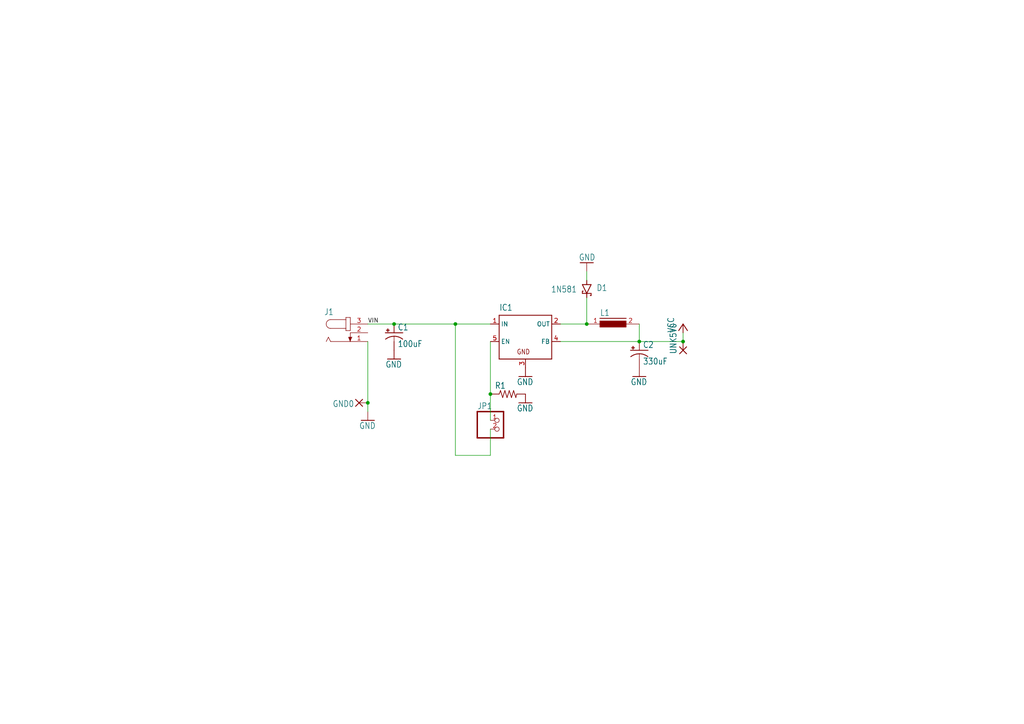
<source format=kicad_sch>
(kicad_sch (version 20230121) (generator eeschema)

  (uuid f755320a-8d72-40d8-8615-96171d840dc8)

  (paper "A4")

  (lib_symbols
    (symbol "switched-lm2575-eagle-import:1N581" (in_bom yes) (on_board yes)
      (property "Reference" "D" (at -2.286 1.905 0)
        (effects (font (size 1.778 1.5113)) (justify left bottom))
      )
      (property "Value" "" (at -2.286 -3.429 0)
        (effects (font (size 1.778 1.5113)) (justify left bottom))
      )
      (property "Footprint" "switched-lm2575:DO41-7.6" (at 0 0 0)
        (effects (font (size 1.27 1.27)) hide)
      )
      (property "Datasheet" "" (at 0 0 0)
        (effects (font (size 1.27 1.27)) hide)
      )
      (property "ki_locked" "" (at 0 0 0)
        (effects (font (size 1.27 1.27)))
      )
      (symbol "1N581_1_0"
        (polyline
          (pts
            (xy -1.27 -1.27)
            (xy 1.27 0)
          )
          (stroke (width 0.254) (type solid))
          (fill (type none))
        )
        (polyline
          (pts
            (xy -1.27 0)
            (xy -2.54 0)
          )
          (stroke (width 0.254) (type solid))
          (fill (type none))
        )
        (polyline
          (pts
            (xy -1.27 0)
            (xy -1.27 -1.27)
          )
          (stroke (width 0.254) (type solid))
          (fill (type none))
        )
        (polyline
          (pts
            (xy -1.27 1.27)
            (xy -1.27 0)
          )
          (stroke (width 0.254) (type solid))
          (fill (type none))
        )
        (polyline
          (pts
            (xy 0.635 -1.016)
            (xy 0.635 -1.27)
          )
          (stroke (width 0.254) (type solid))
          (fill (type none))
        )
        (polyline
          (pts
            (xy 1.27 -1.27)
            (xy 0.635 -1.27)
          )
          (stroke (width 0.254) (type solid))
          (fill (type none))
        )
        (polyline
          (pts
            (xy 1.27 0)
            (xy -1.27 1.27)
          )
          (stroke (width 0.254) (type solid))
          (fill (type none))
        )
        (polyline
          (pts
            (xy 1.27 0)
            (xy 1.27 -1.27)
          )
          (stroke (width 0.254) (type solid))
          (fill (type none))
        )
        (polyline
          (pts
            (xy 1.27 0)
            (xy 2.54 0)
          )
          (stroke (width 0.254) (type solid))
          (fill (type none))
        )
        (polyline
          (pts
            (xy 1.27 1.27)
            (xy 1.27 0)
          )
          (stroke (width 0.254) (type solid))
          (fill (type none))
        )
        (polyline
          (pts
            (xy 1.905 1.27)
            (xy 1.27 1.27)
          )
          (stroke (width 0.254) (type solid))
          (fill (type none))
        )
        (polyline
          (pts
            (xy 1.905 1.27)
            (xy 1.905 1.016)
          )
          (stroke (width 0.254) (type solid))
          (fill (type none))
        )
        (pin passive line (at -2.54 0 0) (length 0)
          (name "A" (effects (font (size 0 0))))
          (number "A" (effects (font (size 0 0))))
        )
        (pin passive line (at 2.54 0 180) (length 0)
          (name "C" (effects (font (size 0 0))))
          (number "C" (effects (font (size 0 0))))
        )
      )
    )
    (symbol "switched-lm2575-eagle-import:3,81/1,4" (in_bom yes) (on_board yes)
      (property "Reference" "PAD" (at -1.143 1.8542 0)
        (effects (font (size 1.778 1.5113)) (justify left bottom))
      )
      (property "Value" "" (at -1.143 -3.302 0)
        (effects (font (size 1.778 1.5113)) (justify left bottom))
      )
      (property "Footprint" "switched-lm2575:3,81_1,4" (at 0 0 0)
        (effects (font (size 1.27 1.27)) hide)
      )
      (property "Datasheet" "" (at 0 0 0)
        (effects (font (size 1.27 1.27)) hide)
      )
      (property "ki_locked" "" (at 0 0 0)
        (effects (font (size 1.27 1.27)))
      )
      (symbol "3,81/1,4_1_0"
        (polyline
          (pts
            (xy -1.016 -1.016)
            (xy 1.016 1.016)
          )
          (stroke (width 0.254) (type solid))
          (fill (type none))
        )
        (polyline
          (pts
            (xy -1.016 1.016)
            (xy 1.016 -1.016)
          )
          (stroke (width 0.254) (type solid))
          (fill (type none))
        )
        (pin passive line (at 2.54 0 180) (length 2.54)
          (name "P" (effects (font (size 0 0))))
          (number "1" (effects (font (size 0 0))))
        )
      )
    )
    (symbol "switched-lm2575-eagle-import:CPOL-USE2.5-6" (in_bom yes) (on_board yes)
      (property "Reference" "C" (at 1.016 0.635 0)
        (effects (font (size 1.778 1.5113)) (justify left bottom))
      )
      (property "Value" "" (at 1.016 -4.191 0)
        (effects (font (size 1.778 1.5113)) (justify left bottom))
      )
      (property "Footprint" "switched-lm2575:E2,5-6" (at 0 0 0)
        (effects (font (size 1.27 1.27)) hide)
      )
      (property "Datasheet" "" (at 0 0 0)
        (effects (font (size 1.27 1.27)) hide)
      )
      (property "ki_locked" "" (at 0 0 0)
        (effects (font (size 1.27 1.27)))
      )
      (symbol "CPOL-USE2.5-6_1_0"
        (rectangle (start -2.253 0.668) (end -1.364 0.795)
          (stroke (width 0) (type default))
          (fill (type outline))
        )
        (rectangle (start -1.872 0.287) (end -1.745 1.176)
          (stroke (width 0) (type default))
          (fill (type outline))
        )
        (arc (start 0 -1.0161) (mid -1.3021 -1.2303) (end -2.4669 -1.8504)
          (stroke (width 0.254) (type solid))
          (fill (type none))
        )
        (polyline
          (pts
            (xy -2.54 0)
            (xy 2.54 0)
          )
          (stroke (width 0.254) (type solid))
          (fill (type none))
        )
        (polyline
          (pts
            (xy 0 -1.016)
            (xy 0 -2.54)
          )
          (stroke (width 0.1524) (type solid))
          (fill (type none))
        )
        (arc (start 2.4892 -1.8541) (mid 1.3158 -1.2194) (end 0 -1)
          (stroke (width 0.254) (type solid))
          (fill (type none))
        )
        (pin passive line (at 0 2.54 270) (length 2.54)
          (name "+" (effects (font (size 0 0))))
          (number "+" (effects (font (size 0 0))))
        )
        (pin passive line (at 0 -5.08 90) (length 2.54)
          (name "-" (effects (font (size 0 0))))
          (number "-" (effects (font (size 0 0))))
        )
      )
    )
    (symbol "switched-lm2575-eagle-import:CPOL-USE3.5-8" (in_bom yes) (on_board yes)
      (property "Reference" "C" (at 1.016 0.635 0)
        (effects (font (size 1.778 1.5113)) (justify left bottom))
      )
      (property "Value" "" (at 1.016 -4.191 0)
        (effects (font (size 1.778 1.5113)) (justify left bottom))
      )
      (property "Footprint" "switched-lm2575:E3,5-8" (at 0 0 0)
        (effects (font (size 1.27 1.27)) hide)
      )
      (property "Datasheet" "" (at 0 0 0)
        (effects (font (size 1.27 1.27)) hide)
      )
      (property "ki_locked" "" (at 0 0 0)
        (effects (font (size 1.27 1.27)))
      )
      (symbol "CPOL-USE3.5-8_1_0"
        (rectangle (start -2.253 0.668) (end -1.364 0.795)
          (stroke (width 0) (type default))
          (fill (type outline))
        )
        (rectangle (start -1.872 0.287) (end -1.745 1.176)
          (stroke (width 0) (type default))
          (fill (type outline))
        )
        (arc (start 0 -1.0161) (mid -1.3021 -1.2303) (end -2.4669 -1.8504)
          (stroke (width 0.254) (type solid))
          (fill (type none))
        )
        (polyline
          (pts
            (xy -2.54 0)
            (xy 2.54 0)
          )
          (stroke (width 0.254) (type solid))
          (fill (type none))
        )
        (polyline
          (pts
            (xy 0 -1.016)
            (xy 0 -2.54)
          )
          (stroke (width 0.1524) (type solid))
          (fill (type none))
        )
        (arc (start 2.4892 -1.8541) (mid 1.3158 -1.2194) (end 0 -1)
          (stroke (width 0.254) (type solid))
          (fill (type none))
        )
        (pin passive line (at 0 2.54 270) (length 2.54)
          (name "+" (effects (font (size 0 0))))
          (number "+" (effects (font (size 0 0))))
        )
        (pin passive line (at 0 -5.08 90) (length 2.54)
          (name "-" (effects (font (size 0 0))))
          (number "-" (effects (font (size 0 0))))
        )
      )
    )
    (symbol "switched-lm2575-eagle-import:GND" (power) (in_bom yes) (on_board yes)
      (property "Reference" "#GND" (at 0 0 0)
        (effects (font (size 1.27 1.27)) hide)
      )
      (property "Value" "GND" (at -2.54 -2.54 0)
        (effects (font (size 1.778 1.5113)) (justify left bottom))
      )
      (property "Footprint" "" (at 0 0 0)
        (effects (font (size 1.27 1.27)) hide)
      )
      (property "Datasheet" "" (at 0 0 0)
        (effects (font (size 1.27 1.27)) hide)
      )
      (property "ki_locked" "" (at 0 0 0)
        (effects (font (size 1.27 1.27)))
      )
      (symbol "GND_1_0"
        (polyline
          (pts
            (xy -1.905 0)
            (xy 1.905 0)
          )
          (stroke (width 0.254) (type solid))
          (fill (type none))
        )
        (pin power_in line (at 0 2.54 270) (length 2.54)
          (name "GND" (effects (font (size 0 0))))
          (number "1" (effects (font (size 0 0))))
        )
      )
    )
    (symbol "switched-lm2575-eagle-import:JACK-PLUG0" (in_bom yes) (on_board yes)
      (property "Reference" "J" (at -7.62 5.08 0)
        (effects (font (size 1.778 1.5113)) (justify left bottom))
      )
      (property "Value" "" (at -7.62 -5.08 0)
        (effects (font (size 1.778 1.5113)) (justify left bottom))
      )
      (property "Footprint" "switched-lm2575:SPC4077" (at 0 0 0)
        (effects (font (size 1.27 1.27)) hide)
      )
      (property "Datasheet" "" (at 0 0 0)
        (effects (font (size 1.27 1.27)) hide)
      )
      (property "ki_locked" "" (at 0 0 0)
        (effects (font (size 1.27 1.27)))
      )
      (symbol "JACK-PLUG0_1_0"
        (arc (start -5.715 3.81) (mid -6.9795 2.54) (end -5.715 1.27)
          (stroke (width 0.1524) (type solid))
          (fill (type none))
        )
        (polyline
          (pts
            (xy -6.35 -1.27)
            (xy -6.985 -2.54)
          )
          (stroke (width 0.1524) (type solid))
          (fill (type none))
        )
        (polyline
          (pts
            (xy -5.715 -2.54)
            (xy -6.35 -1.27)
          )
          (stroke (width 0.1524) (type solid))
          (fill (type none))
        )
        (polyline
          (pts
            (xy -5.715 3.81)
            (xy -1.27 3.81)
          )
          (stroke (width 0.1524) (type solid))
          (fill (type none))
        )
        (polyline
          (pts
            (xy -1.27 0.635)
            (xy 0 0.635)
          )
          (stroke (width 0.1524) (type solid))
          (fill (type none))
        )
        (polyline
          (pts
            (xy -1.27 1.27)
            (xy -5.715 1.27)
          )
          (stroke (width 0.1524) (type solid))
          (fill (type none))
        )
        (polyline
          (pts
            (xy -1.27 1.27)
            (xy -1.27 0.635)
          )
          (stroke (width 0.1524) (type solid))
          (fill (type none))
        )
        (polyline
          (pts
            (xy -1.27 3.81)
            (xy -1.27 1.27)
          )
          (stroke (width 0.1524) (type solid))
          (fill (type none))
        )
        (polyline
          (pts
            (xy -1.27 4.445)
            (xy -1.27 3.81)
          )
          (stroke (width 0.1524) (type solid))
          (fill (type none))
        )
        (polyline
          (pts
            (xy 0 -2.54)
            (xy -5.715 -2.54)
          )
          (stroke (width 0.1524) (type solid))
          (fill (type none))
        )
        (polyline
          (pts
            (xy 0 0)
            (xy 0 -2.54)
          )
          (stroke (width 0.1524) (type solid))
          (fill (type none))
        )
        (polyline
          (pts
            (xy 0 0.635)
            (xy 0 4.445)
          )
          (stroke (width 0.1524) (type solid))
          (fill (type none))
        )
        (polyline
          (pts
            (xy 0 4.445)
            (xy -1.27 4.445)
          )
          (stroke (width 0.1524) (type solid))
          (fill (type none))
        )
        (polyline
          (pts
            (xy 0 -2.54)
            (xy -0.508 -1.27)
            (xy 0.508 -1.27)
          )
          (stroke (width 0.1524) (type solid))
          (fill (type outline))
        )
        (pin passive line (at 5.08 -2.54 180) (length 5.08)
          (name "1" (effects (font (size 0 0))))
          (number "1" (effects (font (size 1.27 1.27))))
        )
        (pin passive line (at 5.08 0 180) (length 5.08)
          (name "2" (effects (font (size 0 0))))
          (number "2" (effects (font (size 1.27 1.27))))
        )
        (pin passive line (at 5.08 2.54 180) (length 5.08)
          (name "3" (effects (font (size 0 0))))
          (number "3" (effects (font (size 1.27 1.27))))
        )
      )
    )
    (symbol "switched-lm2575-eagle-import:LM2596TV" (in_bom yes) (on_board yes)
      (property "Reference" "IC" (at -7.62 6.35 0)
        (effects (font (size 1.778 1.5113)) (justify left bottom))
      )
      (property "Value" "" (at 2.54 6.35 0)
        (effects (font (size 1.778 1.5113)) (justify left bottom))
      )
      (property "Footprint" "switched-lm2575:TO220-51" (at 0 0 0)
        (effects (font (size 1.27 1.27)) hide)
      )
      (property "Datasheet" "" (at 0 0 0)
        (effects (font (size 1.27 1.27)) hide)
      )
      (property "ki_locked" "" (at 0 0 0)
        (effects (font (size 1.27 1.27)))
      )
      (symbol "LM2596TV_1_0"
        (polyline
          (pts
            (xy -7.62 -7.62)
            (xy -7.62 5.08)
          )
          (stroke (width 0.254) (type solid))
          (fill (type none))
        )
        (polyline
          (pts
            (xy -7.62 5.08)
            (xy 7.62 5.08)
          )
          (stroke (width 0.254) (type solid))
          (fill (type none))
        )
        (polyline
          (pts
            (xy 7.62 -7.62)
            (xy -7.62 -7.62)
          )
          (stroke (width 0.254) (type solid))
          (fill (type none))
        )
        (polyline
          (pts
            (xy 7.62 5.08)
            (xy 7.62 -7.62)
          )
          (stroke (width 0.254) (type solid))
          (fill (type none))
        )
        (text "GND" (at -2.54 -6.35 0)
          (effects (font (size 1.4224 1.209)) (justify left bottom))
        )
        (pin input line (at -10.16 2.54 0) (length 2.54)
          (name "IN" (effects (font (size 1.27 1.27))))
          (number "1" (effects (font (size 1.27 1.27))))
        )
        (pin output line (at 10.16 2.54 180) (length 2.54)
          (name "OUT" (effects (font (size 1.27 1.27))))
          (number "2" (effects (font (size 1.27 1.27))))
        )
        (pin power_in line (at 0 -10.16 90) (length 2.54)
          (name "GND" (effects (font (size 0 0))))
          (number "3" (effects (font (size 1.27 1.27))))
        )
        (pin input line (at 10.16 -2.54 180) (length 2.54)
          (name "FB" (effects (font (size 1.27 1.27))))
          (number "4" (effects (font (size 1.27 1.27))))
        )
        (pin input line (at -10.16 -2.54 0) (length 2.54)
          (name "EN" (effects (font (size 1.27 1.27))))
          (number "5" (effects (font (size 1.27 1.27))))
        )
      )
    )
    (symbol "switched-lm2575-eagle-import:PINHD-1X2" (in_bom yes) (on_board yes)
      (property "Reference" "JP" (at -6.35 5.715 0)
        (effects (font (size 1.778 1.5113)) (justify left bottom))
      )
      (property "Value" "" (at -6.35 -5.08 0)
        (effects (font (size 1.778 1.5113)) (justify left bottom))
      )
      (property "Footprint" "switched-lm2575:1X02" (at 0 0 0)
        (effects (font (size 1.27 1.27)) hide)
      )
      (property "Datasheet" "" (at 0 0 0)
        (effects (font (size 1.27 1.27)) hide)
      )
      (property "ki_locked" "" (at 0 0 0)
        (effects (font (size 1.27 1.27)))
      )
      (symbol "PINHD-1X2_1_0"
        (polyline
          (pts
            (xy -6.35 -2.54)
            (xy 1.27 -2.54)
          )
          (stroke (width 0.4064) (type solid))
          (fill (type none))
        )
        (polyline
          (pts
            (xy -6.35 5.08)
            (xy -6.35 -2.54)
          )
          (stroke (width 0.4064) (type solid))
          (fill (type none))
        )
        (polyline
          (pts
            (xy 1.27 -2.54)
            (xy 1.27 5.08)
          )
          (stroke (width 0.4064) (type solid))
          (fill (type none))
        )
        (polyline
          (pts
            (xy 1.27 5.08)
            (xy -6.35 5.08)
          )
          (stroke (width 0.4064) (type solid))
          (fill (type none))
        )
        (pin passive inverted (at -2.54 2.54 0) (length 2.54)
          (name "1" (effects (font (size 0 0))))
          (number "1" (effects (font (size 1.27 1.27))))
        )
        (pin passive inverted (at -2.54 0 0) (length 2.54)
          (name "2" (effects (font (size 0 0))))
          (number "2" (effects (font (size 1.27 1.27))))
        )
      )
    )
    (symbol "switched-lm2575-eagle-import:R-US_0207/10" (in_bom yes) (on_board yes)
      (property "Reference" "R" (at -3.81 1.4986 0)
        (effects (font (size 1.778 1.5113)) (justify left bottom))
      )
      (property "Value" "" (at -3.81 -3.302 0)
        (effects (font (size 1.778 1.5113)) (justify left bottom))
      )
      (property "Footprint" "switched-lm2575:0207_10" (at 0 0 0)
        (effects (font (size 1.27 1.27)) hide)
      )
      (property "Datasheet" "" (at 0 0 0)
        (effects (font (size 1.27 1.27)) hide)
      )
      (property "ki_locked" "" (at 0 0 0)
        (effects (font (size 1.27 1.27)))
      )
      (symbol "R-US_0207/10_1_0"
        (polyline
          (pts
            (xy -2.54 0)
            (xy -2.159 1.016)
          )
          (stroke (width 0.2032) (type solid))
          (fill (type none))
        )
        (polyline
          (pts
            (xy -2.159 1.016)
            (xy -1.524 -1.016)
          )
          (stroke (width 0.2032) (type solid))
          (fill (type none))
        )
        (polyline
          (pts
            (xy -1.524 -1.016)
            (xy -0.889 1.016)
          )
          (stroke (width 0.2032) (type solid))
          (fill (type none))
        )
        (polyline
          (pts
            (xy -0.889 1.016)
            (xy -0.254 -1.016)
          )
          (stroke (width 0.2032) (type solid))
          (fill (type none))
        )
        (polyline
          (pts
            (xy -0.254 -1.016)
            (xy 0.381 1.016)
          )
          (stroke (width 0.2032) (type solid))
          (fill (type none))
        )
        (polyline
          (pts
            (xy 0.381 1.016)
            (xy 1.016 -1.016)
          )
          (stroke (width 0.2032) (type solid))
          (fill (type none))
        )
        (polyline
          (pts
            (xy 1.016 -1.016)
            (xy 1.651 1.016)
          )
          (stroke (width 0.2032) (type solid))
          (fill (type none))
        )
        (polyline
          (pts
            (xy 1.651 1.016)
            (xy 2.286 -1.016)
          )
          (stroke (width 0.2032) (type solid))
          (fill (type none))
        )
        (polyline
          (pts
            (xy 2.286 -1.016)
            (xy 2.54 0)
          )
          (stroke (width 0.2032) (type solid))
          (fill (type none))
        )
        (pin passive line (at -5.08 0 0) (length 2.54)
          (name "1" (effects (font (size 0 0))))
          (number "1" (effects (font (size 0 0))))
        )
        (pin passive line (at 5.08 0 180) (length 2.54)
          (name "2" (effects (font (size 0 0))))
          (number "2" (effects (font (size 0 0))))
        )
      )
    )
    (symbol "switched-lm2575-eagle-import:SMCC12" (in_bom yes) (on_board yes)
      (property "Reference" "L" (at -3.81 2.286 0)
        (effects (font (size 1.778 1.5113)) (justify left bottom))
      )
      (property "Value" "" (at -3.937 -3.048 0)
        (effects (font (size 1.778 1.5113)) (justify left bottom))
      )
      (property "Footprint" "switched-lm2575:SMCC12" (at 0 0 0)
        (effects (font (size 1.27 1.27)) hide)
      )
      (property "Datasheet" "" (at 0 0 0)
        (effects (font (size 1.27 1.27)) hide)
      )
      (property "ki_locked" "" (at 0 0 0)
        (effects (font (size 1.27 1.27)))
      )
      (symbol "SMCC12_1_0"
        (rectangle (start -3.81 -0.889) (end 3.81 0.889)
          (stroke (width 0) (type default))
          (fill (type outline))
        )
        (polyline
          (pts
            (xy -3.81 1.651)
            (xy 3.81 1.651)
          )
          (stroke (width 0.254) (type solid))
          (fill (type none))
        )
        (pin passive line (at -7.62 0 0) (length 5.08)
          (name "1" (effects (font (size 0 0))))
          (number "1" (effects (font (size 1.27 1.27))))
        )
        (pin passive line (at 7.62 0 180) (length 5.08)
          (name "2" (effects (font (size 0 0))))
          (number "2" (effects (font (size 1.27 1.27))))
        )
      )
    )
    (symbol "switched-lm2575-eagle-import:VCC" (power) (in_bom yes) (on_board yes)
      (property "Reference" "#P+" (at 0 0 0)
        (effects (font (size 1.27 1.27)) hide)
      )
      (property "Value" "VCC" (at -2.54 -2.54 90)
        (effects (font (size 1.778 1.5113)) (justify left bottom))
      )
      (property "Footprint" "" (at 0 0 0)
        (effects (font (size 1.27 1.27)) hide)
      )
      (property "Datasheet" "" (at 0 0 0)
        (effects (font (size 1.27 1.27)) hide)
      )
      (property "ki_locked" "" (at 0 0 0)
        (effects (font (size 1.27 1.27)))
      )
      (symbol "VCC_1_0"
        (polyline
          (pts
            (xy 0 0)
            (xy -1.27 -1.905)
          )
          (stroke (width 0.254) (type solid))
          (fill (type none))
        )
        (polyline
          (pts
            (xy 1.27 -1.905)
            (xy 0 0)
          )
          (stroke (width 0.254) (type solid))
          (fill (type none))
        )
        (pin power_in line (at 0 -2.54 90) (length 2.54)
          (name "VCC" (effects (font (size 0 0))))
          (number "1" (effects (font (size 0 0))))
        )
      )
    )
  )

  (junction (at 185.42 99.06) (diameter 0) (color 0 0 0 0)
    (uuid 6282ef83-cc4c-49be-9c7b-49d3384c5f73)
  )
  (junction (at 106.68 116.84) (diameter 0) (color 0 0 0 0)
    (uuid 78126dad-0eed-412f-aebe-857305cc1155)
  )
  (junction (at 198.12 99.06) (diameter 0) (color 0 0 0 0)
    (uuid 8181ed09-68e7-423e-915f-ee30df36d92f)
  )
  (junction (at 170.18 93.98) (diameter 0) (color 0 0 0 0)
    (uuid a62909f2-b53b-40bb-abdb-060155e2d87d)
  )
  (junction (at 142.24 114.3) (diameter 0) (color 0 0 0 0)
    (uuid aa2d2552-5252-4d89-9ed7-c22be2f55104)
  )
  (junction (at 114.3 93.98) (diameter 0) (color 0 0 0 0)
    (uuid eb35df5d-8966-4f49-9955-4c6a5a5ca285)
  )
  (junction (at 132.08 93.98) (diameter 0) (color 0 0 0 0)
    (uuid f2c82cac-620f-468a-a6ea-5e50d39d43b2)
  )

  (wire (pts (xy 132.08 132.08) (xy 132.08 93.98))
    (stroke (width 0.1524) (type solid))
    (uuid 05955fcd-df9f-400b-84d8-7db14a688a2e)
  )
  (wire (pts (xy 106.68 116.84) (xy 106.68 119.38))
    (stroke (width 0.1524) (type solid))
    (uuid 1a0283ff-58f5-4ba1-9e3e-a79f91841f8d)
  )
  (wire (pts (xy 114.3 93.98) (xy 132.08 93.98))
    (stroke (width 0.1524) (type solid))
    (uuid 27d61634-aba5-44a4-a86f-6db57c211124)
  )
  (wire (pts (xy 142.24 114.3) (xy 142.24 99.06))
    (stroke (width 0.1524) (type solid))
    (uuid 29602966-334f-422b-9bb0-8f9f8ea265ef)
  )
  (wire (pts (xy 170.18 81.28) (xy 170.18 78.74))
    (stroke (width 0.1524) (type solid))
    (uuid 3fe24f4b-3c8a-4f0b-b7dc-5c28ff9a704a)
  )
  (wire (pts (xy 198.12 99.06) (xy 198.12 96.52))
    (stroke (width 0.1524) (type solid))
    (uuid 43affc69-71cc-4871-8309-d3f49ceffbde)
  )
  (wire (pts (xy 106.68 99.06) (xy 106.68 116.84))
    (stroke (width 0.1524) (type solid))
    (uuid 4f0dd6bb-4a7c-4a0d-81fb-22b031edcc52)
  )
  (wire (pts (xy 106.68 93.98) (xy 114.3 93.98))
    (stroke (width 0.1524) (type solid))
    (uuid a27fcc8f-29aa-4635-953e-2e7d5237ce6c)
  )
  (wire (pts (xy 132.08 93.98) (xy 142.24 93.98))
    (stroke (width 0.1524) (type solid))
    (uuid b40c3b0c-3dfc-4a6f-a36f-a8d3059fd5a5)
  )
  (wire (pts (xy 185.42 99.06) (xy 198.12 99.06))
    (stroke (width 0.1524) (type solid))
    (uuid c05a693f-e93d-409d-80c8-f0ea30a533c7)
  )
  (wire (pts (xy 162.56 99.06) (xy 185.42 99.06))
    (stroke (width 0.1524) (type solid))
    (uuid c0d88cdb-6a4d-411f-be76-57b6aa2a6ded)
  )
  (wire (pts (xy 142.24 132.08) (xy 142.24 124.46))
    (stroke (width 0.1524) (type solid))
    (uuid ce672d73-a2f9-4962-8af0-f31ec92f2521)
  )
  (wire (pts (xy 132.08 132.08) (xy 142.24 132.08))
    (stroke (width 0.1524) (type solid))
    (uuid cef67c52-c8b2-4e6b-ba73-e008ea485e76)
  )
  (wire (pts (xy 185.42 99.06) (xy 185.42 93.98))
    (stroke (width 0.1524) (type solid))
    (uuid e98949f6-d571-4a9b-9695-18a30ea74af6)
  )
  (wire (pts (xy 142.24 121.92) (xy 142.24 114.3))
    (stroke (width 0.1524) (type solid))
    (uuid f7b14f3c-cb4f-43e6-ad62-fe3707e1e1eb)
  )
  (wire (pts (xy 162.56 93.98) (xy 170.18 93.98))
    (stroke (width 0.1524) (type solid))
    (uuid f80bd011-649b-412e-8060-93884ec51c65)
  )
  (wire (pts (xy 170.18 93.98) (xy 170.18 86.36))
    (stroke (width 0.1524) (type solid))
    (uuid f86972a3-c649-491e-aa09-9e7d97e3d055)
  )

  (label "VIN" (at 106.68 93.98 0) (fields_autoplaced)
    (effects (font (size 1.2446 1.2446)) (justify left bottom))
    (uuid 18aff15e-e43e-4b98-8a0c-d2d2bed58cdb)
  )

  (symbol (lib_id "switched-lm2575-eagle-import:GND") (at 152.4 109.22 0) (unit 1)
    (in_bom yes) (on_board yes) (dnp no)
    (uuid 2f382c8b-8ef0-4bbf-a7c3-a2609ec33b5c)
    (property "Reference" "#GND3" (at 152.4 109.22 0)
      (effects (font (size 1.27 1.27)) hide)
    )
    (property "Value" "GND" (at 149.86 111.76 0)
      (effects (font (size 1.778 1.5113)) (justify left bottom))
    )
    (property "Footprint" "" (at 152.4 109.22 0)
      (effects (font (size 1.27 1.27)) hide)
    )
    (property "Datasheet" "" (at 152.4 109.22 0)
      (effects (font (size 1.27 1.27)) hide)
    )
    (pin "1" (uuid 26ad457d-0805-47f3-b56a-3ecb93efb61d))
    (instances
      (project "switched-lm2575"
        (path "/f755320a-8d72-40d8-8615-96171d840dc8"
          (reference "#GND3") (unit 1)
        )
      )
    )
  )

  (symbol (lib_id "switched-lm2575-eagle-import:3,81/1,4") (at 104.14 116.84 0) (unit 1)
    (in_bom yes) (on_board yes) (dnp no)
    (uuid 31115af0-5d53-404f-b6f9-9a5ae09cac44)
    (property "Reference" "GND0" (at 102.743 116.1542 0)
      (effects (font (size 1.778 1.5113)) (justify right top))
    )
    (property "Value" "3,81/1,4" (at 102.997 120.142 0)
      (effects (font (size 1.778 1.5113)) (justify left bottom) hide)
    )
    (property "Footprint" "switched-lm2575:3,81_1,4" (at 104.14 116.84 0)
      (effects (font (size 1.27 1.27)) hide)
    )
    (property "Datasheet" "" (at 104.14 116.84 0)
      (effects (font (size 1.27 1.27)) hide)
    )
    (pin "1" (uuid cc41b1f2-fc33-4d38-a159-195e3e4c43d0))
    (instances
      (project "switched-lm2575"
        (path "/f755320a-8d72-40d8-8615-96171d840dc8"
          (reference "GND0") (unit 1)
        )
      )
    )
  )

  (symbol (lib_id "switched-lm2575-eagle-import:CPOL-USE3.5-8") (at 185.42 101.6 0) (unit 1)
    (in_bom yes) (on_board yes) (dnp no)
    (uuid 4410ae6c-f35f-4a2f-bc43-89aa81b0ddac)
    (property "Reference" "C2" (at 186.436 100.965 0)
      (effects (font (size 1.778 1.5113)) (justify left bottom))
    )
    (property "Value" "330uF" (at 186.436 105.791 0)
      (effects (font (size 1.778 1.5113)) (justify left bottom))
    )
    (property "Footprint" "switched-lm2575:E3,5-8" (at 185.42 101.6 0)
      (effects (font (size 1.27 1.27)) hide)
    )
    (property "Datasheet" "" (at 185.42 101.6 0)
      (effects (font (size 1.27 1.27)) hide)
    )
    (pin "+" (uuid dec08007-a496-4836-8a9d-4b968620fb27))
    (pin "-" (uuid eb427e78-c630-424d-b77a-a9b420ab5638))
    (instances
      (project "switched-lm2575"
        (path "/f755320a-8d72-40d8-8615-96171d840dc8"
          (reference "C2") (unit 1)
        )
      )
    )
  )

  (symbol (lib_id "switched-lm2575-eagle-import:GND") (at 185.42 109.22 0) (unit 1)
    (in_bom yes) (on_board yes) (dnp no)
    (uuid 45a0142e-699e-4cd7-ab10-f4dcdedbd843)
    (property "Reference" "#GND6" (at 185.42 109.22 0)
      (effects (font (size 1.27 1.27)) hide)
    )
    (property "Value" "GND" (at 182.88 111.76 0)
      (effects (font (size 1.778 1.5113)) (justify left bottom))
    )
    (property "Footprint" "" (at 185.42 109.22 0)
      (effects (font (size 1.27 1.27)) hide)
    )
    (property "Datasheet" "" (at 185.42 109.22 0)
      (effects (font (size 1.27 1.27)) hide)
    )
    (pin "1" (uuid 9b118c83-0f11-4259-8137-9203d4b13380))
    (instances
      (project "switched-lm2575"
        (path "/f755320a-8d72-40d8-8615-96171d840dc8"
          (reference "#GND6") (unit 1)
        )
      )
    )
  )

  (symbol (lib_id "switched-lm2575-eagle-import:GND") (at 152.4 116.84 0) (unit 1)
    (in_bom yes) (on_board yes) (dnp no)
    (uuid 5c5893b1-4a74-4f05-b179-2334ccb906b0)
    (property "Reference" "#GND5" (at 152.4 116.84 0)
      (effects (font (size 1.27 1.27)) hide)
    )
    (property "Value" "GND" (at 149.86 119.38 0)
      (effects (font (size 1.778 1.5113)) (justify left bottom))
    )
    (property "Footprint" "" (at 152.4 116.84 0)
      (effects (font (size 1.27 1.27)) hide)
    )
    (property "Datasheet" "" (at 152.4 116.84 0)
      (effects (font (size 1.27 1.27)) hide)
    )
    (pin "1" (uuid 0211ff77-1aba-4a6e-95ce-88823f67802e))
    (instances
      (project "switched-lm2575"
        (path "/f755320a-8d72-40d8-8615-96171d840dc8"
          (reference "#GND5") (unit 1)
        )
      )
    )
  )

  (symbol (lib_id "switched-lm2575-eagle-import:GND") (at 106.68 121.92 0) (unit 1)
    (in_bom yes) (on_board yes) (dnp no)
    (uuid 5ce6ab7f-9f88-416a-8d9f-e501f0b3f32f)
    (property "Reference" "#GND1" (at 106.68 121.92 0)
      (effects (font (size 1.27 1.27)) hide)
    )
    (property "Value" "GND" (at 104.14 124.46 0)
      (effects (font (size 1.778 1.5113)) (justify left bottom))
    )
    (property "Footprint" "" (at 106.68 121.92 0)
      (effects (font (size 1.27 1.27)) hide)
    )
    (property "Datasheet" "" (at 106.68 121.92 0)
      (effects (font (size 1.27 1.27)) hide)
    )
    (pin "1" (uuid 5a24103d-1153-43a0-94e9-3e1e0f71d7d6))
    (instances
      (project "switched-lm2575"
        (path "/f755320a-8d72-40d8-8615-96171d840dc8"
          (reference "#GND1") (unit 1)
        )
      )
    )
  )

  (symbol (lib_id "switched-lm2575-eagle-import:CPOL-USE2.5-6") (at 114.3 96.52 0) (unit 1)
    (in_bom yes) (on_board yes) (dnp no)
    (uuid 5f695083-e43b-4c8f-b0f8-58318fd5a9ee)
    (property "Reference" "C1" (at 115.316 95.885 0)
      (effects (font (size 1.778 1.5113)) (justify left bottom))
    )
    (property "Value" "100uF" (at 115.316 100.711 0)
      (effects (font (size 1.778 1.5113)) (justify left bottom))
    )
    (property "Footprint" "switched-lm2575:E2,5-6" (at 114.3 96.52 0)
      (effects (font (size 1.27 1.27)) hide)
    )
    (property "Datasheet" "" (at 114.3 96.52 0)
      (effects (font (size 1.27 1.27)) hide)
    )
    (pin "+" (uuid b9d0a29d-3dfc-4a93-a6bd-d0cc5e7c1944))
    (pin "-" (uuid 61fa2c67-b0d0-49f3-b346-d3f741ce5c41))
    (instances
      (project "switched-lm2575"
        (path "/f755320a-8d72-40d8-8615-96171d840dc8"
          (reference "C1") (unit 1)
        )
      )
    )
  )

  (symbol (lib_id "switched-lm2575-eagle-import:GND") (at 114.3 104.14 0) (unit 1)
    (in_bom yes) (on_board yes) (dnp no)
    (uuid 6f40c467-8f24-4b57-aa10-f941d160d1a1)
    (property "Reference" "#GND4" (at 114.3 104.14 0)
      (effects (font (size 1.27 1.27)) hide)
    )
    (property "Value" "GND" (at 111.76 106.68 0)
      (effects (font (size 1.778 1.5113)) (justify left bottom))
    )
    (property "Footprint" "" (at 114.3 104.14 0)
      (effects (font (size 1.27 1.27)) hide)
    )
    (property "Datasheet" "" (at 114.3 104.14 0)
      (effects (font (size 1.27 1.27)) hide)
    )
    (pin "1" (uuid e52a5b33-53f0-436c-8519-d8b20df3151e))
    (instances
      (project "switched-lm2575"
        (path "/f755320a-8d72-40d8-8615-96171d840dc8"
          (reference "#GND4") (unit 1)
        )
      )
    )
  )

  (symbol (lib_id "switched-lm2575-eagle-import:PINHD-1X2") (at 144.78 124.46 0) (unit 1)
    (in_bom yes) (on_board yes) (dnp no)
    (uuid 78e81efc-1d87-4e73-b33b-cdb83d3d18d5)
    (property "Reference" "JP1" (at 138.43 118.745 0)
      (effects (font (size 1.778 1.5113)) (justify left bottom))
    )
    (property "Value" "PINHD-1X2" (at 138.43 129.54 0)
      (effects (font (size 1.778 1.5113)) (justify left bottom) hide)
    )
    (property "Footprint" "switched-lm2575:1X02" (at 144.78 124.46 0)
      (effects (font (size 1.27 1.27)) hide)
    )
    (property "Datasheet" "" (at 144.78 124.46 0)
      (effects (font (size 1.27 1.27)) hide)
    )
    (pin "1" (uuid 2ccc17a0-bba5-4148-882a-7ce98723d2ae))
    (pin "2" (uuid a8e48138-614c-4189-bcdb-3d3c3af2c50f))
    (instances
      (project "switched-lm2575"
        (path "/f755320a-8d72-40d8-8615-96171d840dc8"
          (reference "JP1") (unit 1)
        )
      )
    )
  )

  (symbol (lib_id "switched-lm2575-eagle-import:VCC") (at 198.12 93.98 0) (unit 1)
    (in_bom yes) (on_board yes) (dnp no)
    (uuid 9a4941a8-3049-4b6d-a5d0-076aa9407204)
    (property "Reference" "#P+1" (at 198.12 93.98 0)
      (effects (font (size 1.27 1.27)) hide)
    )
    (property "Value" "VCC" (at 195.58 96.52 90)
      (effects (font (size 1.778 1.5113)) (justify left bottom))
    )
    (property "Footprint" "" (at 198.12 93.98 0)
      (effects (font (size 1.27 1.27)) hide)
    )
    (property "Datasheet" "" (at 198.12 93.98 0)
      (effects (font (size 1.27 1.27)) hide)
    )
    (pin "1" (uuid e4a31769-2595-449d-9e8f-16cd59843a5c))
    (instances
      (project "switched-lm2575"
        (path "/f755320a-8d72-40d8-8615-96171d840dc8"
          (reference "#P+1") (unit 1)
        )
      )
    )
  )

  (symbol (lib_id "switched-lm2575-eagle-import:1N581") (at 170.18 83.82 270) (unit 1)
    (in_bom yes) (on_board yes) (dnp no)
    (uuid 9fa8dfca-f913-46d0-bc7e-23cc9bc0e008)
    (property "Reference" "D1" (at 172.974 84.455 90)
      (effects (font (size 1.778 1.5113)) (justify left bottom))
    )
    (property "Value" "1N581" (at 167.386 82.931 90)
      (effects (font (size 1.778 1.5113)) (justify right top))
    )
    (property "Footprint" "switched-lm2575:DO41-7.6" (at 170.18 83.82 0)
      (effects (font (size 1.27 1.27)) hide)
    )
    (property "Datasheet" "" (at 170.18 83.82 0)
      (effects (font (size 1.27 1.27)) hide)
    )
    (pin "A" (uuid 0ffcaa58-f95f-48c0-b4d8-cc8301b0bdca))
    (pin "C" (uuid 1de8e9e5-b7dd-411d-a51f-8bac6fcf70e9))
    (instances
      (project "switched-lm2575"
        (path "/f755320a-8d72-40d8-8615-96171d840dc8"
          (reference "D1") (unit 1)
        )
      )
    )
  )

  (symbol (lib_id "switched-lm2575-eagle-import:GND") (at 170.18 76.2 180) (unit 1)
    (in_bom yes) (on_board yes) (dnp no)
    (uuid b3804ffc-df74-42a6-ae48-a2d96b8aa514)
    (property "Reference" "#GND2" (at 170.18 76.2 0)
      (effects (font (size 1.27 1.27)) hide)
    )
    (property "Value" "GND" (at 172.72 73.66 0)
      (effects (font (size 1.778 1.5113)) (justify left bottom))
    )
    (property "Footprint" "" (at 170.18 76.2 0)
      (effects (font (size 1.27 1.27)) hide)
    )
    (property "Datasheet" "" (at 170.18 76.2 0)
      (effects (font (size 1.27 1.27)) hide)
    )
    (pin "1" (uuid 5ca62ec7-af27-4bc0-a246-332bcc0b2934))
    (instances
      (project "switched-lm2575"
        (path "/f755320a-8d72-40d8-8615-96171d840dc8"
          (reference "#GND2") (unit 1)
        )
      )
    )
  )

  (symbol (lib_id "switched-lm2575-eagle-import:SMCC12") (at 177.8 93.98 0) (unit 1)
    (in_bom yes) (on_board yes) (dnp no)
    (uuid c960ab48-6fc0-4287-a6da-7460af7614b3)
    (property "Reference" "L1" (at 173.99 91.694 0)
      (effects (font (size 1.778 1.5113)) (justify left bottom))
    )
    (property "Value" "SMCC12" (at 173.863 97.028 0)
      (effects (font (size 1.778 1.5113)) (justify left bottom) hide)
    )
    (property "Footprint" "switched-lm2575:SMCC12" (at 177.8 93.98 0)
      (effects (font (size 1.27 1.27)) hide)
    )
    (property "Datasheet" "" (at 177.8 93.98 0)
      (effects (font (size 1.27 1.27)) hide)
    )
    (pin "1" (uuid 0951c456-ce0a-41dc-9f88-663e642e1eab))
    (pin "2" (uuid f84889d8-e46c-401f-9aef-c956cd3ab7a8))
    (instances
      (project "switched-lm2575"
        (path "/f755320a-8d72-40d8-8615-96171d840dc8"
          (reference "L1") (unit 1)
        )
      )
    )
  )

  (symbol (lib_id "switched-lm2575-eagle-import:R-US_0207/10") (at 147.32 114.3 0) (unit 1)
    (in_bom yes) (on_board yes) (dnp no)
    (uuid d2a70ba8-6de0-4994-a877-6aa34f2d52bc)
    (property "Reference" "R1" (at 143.51 112.8014 0)
      (effects (font (size 1.778 1.5113)) (justify left bottom))
    )
    (property "Value" "R-US_0207/10" (at 143.51 117.602 0)
      (effects (font (size 1.778 1.5113)) (justify left bottom) hide)
    )
    (property "Footprint" "switched-lm2575:0207_10" (at 147.32 114.3 0)
      (effects (font (size 1.27 1.27)) hide)
    )
    (property "Datasheet" "" (at 147.32 114.3 0)
      (effects (font (size 1.27 1.27)) hide)
    )
    (pin "1" (uuid 64ffecc0-defb-482c-b6e4-321789c0b0d7))
    (pin "2" (uuid b864475d-4980-485b-bd4b-0c2fc2604314))
    (instances
      (project "switched-lm2575"
        (path "/f755320a-8d72-40d8-8615-96171d840dc8"
          (reference "R1") (unit 1)
        )
      )
    )
  )

  (symbol (lib_id "switched-lm2575-eagle-import:3,81/1,4") (at 198.12 101.6 90) (unit 1)
    (in_bom yes) (on_board yes) (dnp no)
    (uuid da73ad71-ac9e-4c19-a3ca-74da3f532463)
    (property "Reference" "UNK5V0" (at 196.2658 102.743 0)
      (effects (font (size 1.778 1.5113)) (justify left bottom))
    )
    (property "Value" "3,81/1,4" (at 201.422 102.743 0)
      (effects (font (size 1.778 1.5113)) (justify left bottom) hide)
    )
    (property "Footprint" "switched-lm2575:3,81_1,4" (at 198.12 101.6 0)
      (effects (font (size 1.27 1.27)) hide)
    )
    (property "Datasheet" "" (at 198.12 101.6 0)
      (effects (font (size 1.27 1.27)) hide)
    )
    (pin "1" (uuid b62c23c5-0cb4-44c4-a4e1-efb880903713))
    (instances
      (project "switched-lm2575"
        (path "/f755320a-8d72-40d8-8615-96171d840dc8"
          (reference "UNK5V0") (unit 1)
        )
      )
    )
  )

  (symbol (lib_id "switched-lm2575-eagle-import:LM2596TV") (at 152.4 96.52 0) (unit 1)
    (in_bom yes) (on_board yes) (dnp no)
    (uuid f5bd23b8-1788-4eec-a11b-b4ec54725eed)
    (property "Reference" "IC1" (at 144.78 90.17 0)
      (effects (font (size 1.778 1.5113)) (justify left bottom))
    )
    (property "Value" "LM2596TV" (at 154.94 90.17 0)
      (effects (font (size 1.778 1.5113)) (justify left bottom) hide)
    )
    (property "Footprint" "switched-lm2575:TO220-51" (at 152.4 96.52 0)
      (effects (font (size 1.27 1.27)) hide)
    )
    (property "Datasheet" "" (at 152.4 96.52 0)
      (effects (font (size 1.27 1.27)) hide)
    )
    (pin "1" (uuid 7997e4d1-ba13-4ba5-917f-a7c93b32c8a7))
    (pin "2" (uuid 06e50214-86b5-4965-bfa6-ad3341e9f192))
    (pin "3" (uuid 35202a1d-581a-4adf-99ba-238b9b4a8b96))
    (pin "4" (uuid e140e4ca-4558-4d3a-ba55-6ea06e0cacbf))
    (pin "5" (uuid 00bbe542-95ca-43de-bb64-776b9fa4bdb4))
    (instances
      (project "switched-lm2575"
        (path "/f755320a-8d72-40d8-8615-96171d840dc8"
          (reference "IC1") (unit 1)
        )
      )
    )
  )

  (symbol (lib_id "switched-lm2575-eagle-import:JACK-PLUG0") (at 101.6 96.52 0) (unit 1)
    (in_bom yes) (on_board yes) (dnp no)
    (uuid fc4935a7-beb3-42e8-9dca-7a7a9bad65e2)
    (property "Reference" "J1" (at 93.98 91.44 0)
      (effects (font (size 1.778 1.5113)) (justify left bottom))
    )
    (property "Value" "JACK-PLUG0" (at 93.98 101.6 0)
      (effects (font (size 1.778 1.5113)) (justify left bottom) hide)
    )
    (property "Footprint" "switched-lm2575:SPC4077" (at 101.6 96.52 0)
      (effects (font (size 1.27 1.27)) hide)
    )
    (property "Datasheet" "" (at 101.6 96.52 0)
      (effects (font (size 1.27 1.27)) hide)
    )
    (pin "1" (uuid bf0721f4-25f4-4554-ac39-3592c969816f))
    (pin "2" (uuid 760bd350-597d-402c-ae8b-9e5883a6e03b))
    (pin "3" (uuid d0ccfe0e-ea8c-48a0-9ac1-e01e89145038))
    (instances
      (project "switched-lm2575"
        (path "/f755320a-8d72-40d8-8615-96171d840dc8"
          (reference "J1") (unit 1)
        )
      )
    )
  )

  (sheet_instances
    (path "/" (page "1"))
  )
)

</source>
